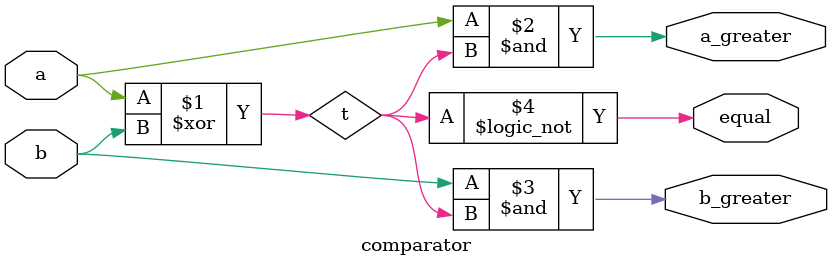
<source format=v>
module comparator (input a, input b, output a_greater , output b_greater , output equal);
wire t;
assign t=a^b;
assign a_greater= a&t;
assign b_greater= b&t;
assign equal = !t;
endmodule
</source>
